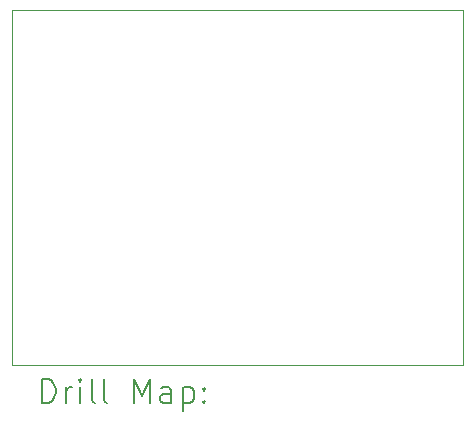
<source format=gbr>
%TF.GenerationSoftware,KiCad,Pcbnew,7.0.7+dfsg-1*%
%TF.CreationDate,2024-02-18T13:38:53+01:00*%
%TF.ProjectId,test23,74657374-3233-42e6-9b69-6361645f7063,rev?*%
%TF.SameCoordinates,Original*%
%TF.FileFunction,Drillmap*%
%TF.FilePolarity,Positive*%
%FSLAX45Y45*%
G04 Gerber Fmt 4.5, Leading zero omitted, Abs format (unit mm)*
G04 Created by KiCad (PCBNEW 7.0.7+dfsg-1) date 2024-02-18 13:38:53*
%MOMM*%
%LPD*%
G01*
G04 APERTURE LIST*
%ADD10C,0.100000*%
%ADD11C,0.200000*%
G04 APERTURE END LIST*
D10*
X13545000Y-5065000D02*
X17368000Y-5065000D01*
X17368000Y-8073000D01*
X13545000Y-8073000D01*
X13545000Y-5065000D01*
D11*
X13800777Y-8389484D02*
X13800777Y-8189484D01*
X13800777Y-8189484D02*
X13848396Y-8189484D01*
X13848396Y-8189484D02*
X13876967Y-8199008D01*
X13876967Y-8199008D02*
X13896015Y-8218055D01*
X13896015Y-8218055D02*
X13905539Y-8237103D01*
X13905539Y-8237103D02*
X13915062Y-8275198D01*
X13915062Y-8275198D02*
X13915062Y-8303769D01*
X13915062Y-8303769D02*
X13905539Y-8341865D01*
X13905539Y-8341865D02*
X13896015Y-8360912D01*
X13896015Y-8360912D02*
X13876967Y-8379960D01*
X13876967Y-8379960D02*
X13848396Y-8389484D01*
X13848396Y-8389484D02*
X13800777Y-8389484D01*
X14000777Y-8389484D02*
X14000777Y-8256150D01*
X14000777Y-8294246D02*
X14010301Y-8275198D01*
X14010301Y-8275198D02*
X14019824Y-8265674D01*
X14019824Y-8265674D02*
X14038872Y-8256150D01*
X14038872Y-8256150D02*
X14057920Y-8256150D01*
X14124586Y-8389484D02*
X14124586Y-8256150D01*
X14124586Y-8189484D02*
X14115062Y-8199008D01*
X14115062Y-8199008D02*
X14124586Y-8208531D01*
X14124586Y-8208531D02*
X14134110Y-8199008D01*
X14134110Y-8199008D02*
X14124586Y-8189484D01*
X14124586Y-8189484D02*
X14124586Y-8208531D01*
X14248396Y-8389484D02*
X14229348Y-8379960D01*
X14229348Y-8379960D02*
X14219824Y-8360912D01*
X14219824Y-8360912D02*
X14219824Y-8189484D01*
X14353158Y-8389484D02*
X14334110Y-8379960D01*
X14334110Y-8379960D02*
X14324586Y-8360912D01*
X14324586Y-8360912D02*
X14324586Y-8189484D01*
X14581729Y-8389484D02*
X14581729Y-8189484D01*
X14581729Y-8189484D02*
X14648396Y-8332341D01*
X14648396Y-8332341D02*
X14715062Y-8189484D01*
X14715062Y-8189484D02*
X14715062Y-8389484D01*
X14896015Y-8389484D02*
X14896015Y-8284722D01*
X14896015Y-8284722D02*
X14886491Y-8265674D01*
X14886491Y-8265674D02*
X14867443Y-8256150D01*
X14867443Y-8256150D02*
X14829348Y-8256150D01*
X14829348Y-8256150D02*
X14810301Y-8265674D01*
X14896015Y-8379960D02*
X14876967Y-8389484D01*
X14876967Y-8389484D02*
X14829348Y-8389484D01*
X14829348Y-8389484D02*
X14810301Y-8379960D01*
X14810301Y-8379960D02*
X14800777Y-8360912D01*
X14800777Y-8360912D02*
X14800777Y-8341865D01*
X14800777Y-8341865D02*
X14810301Y-8322817D01*
X14810301Y-8322817D02*
X14829348Y-8313293D01*
X14829348Y-8313293D02*
X14876967Y-8313293D01*
X14876967Y-8313293D02*
X14896015Y-8303769D01*
X14991253Y-8256150D02*
X14991253Y-8456150D01*
X14991253Y-8265674D02*
X15010301Y-8256150D01*
X15010301Y-8256150D02*
X15048396Y-8256150D01*
X15048396Y-8256150D02*
X15067443Y-8265674D01*
X15067443Y-8265674D02*
X15076967Y-8275198D01*
X15076967Y-8275198D02*
X15086491Y-8294246D01*
X15086491Y-8294246D02*
X15086491Y-8351388D01*
X15086491Y-8351388D02*
X15076967Y-8370436D01*
X15076967Y-8370436D02*
X15067443Y-8379960D01*
X15067443Y-8379960D02*
X15048396Y-8389484D01*
X15048396Y-8389484D02*
X15010301Y-8389484D01*
X15010301Y-8389484D02*
X14991253Y-8379960D01*
X15172205Y-8370436D02*
X15181729Y-8379960D01*
X15181729Y-8379960D02*
X15172205Y-8389484D01*
X15172205Y-8389484D02*
X15162682Y-8379960D01*
X15162682Y-8379960D02*
X15172205Y-8370436D01*
X15172205Y-8370436D02*
X15172205Y-8389484D01*
X15172205Y-8265674D02*
X15181729Y-8275198D01*
X15181729Y-8275198D02*
X15172205Y-8284722D01*
X15172205Y-8284722D02*
X15162682Y-8275198D01*
X15162682Y-8275198D02*
X15172205Y-8265674D01*
X15172205Y-8265674D02*
X15172205Y-8284722D01*
M02*

</source>
